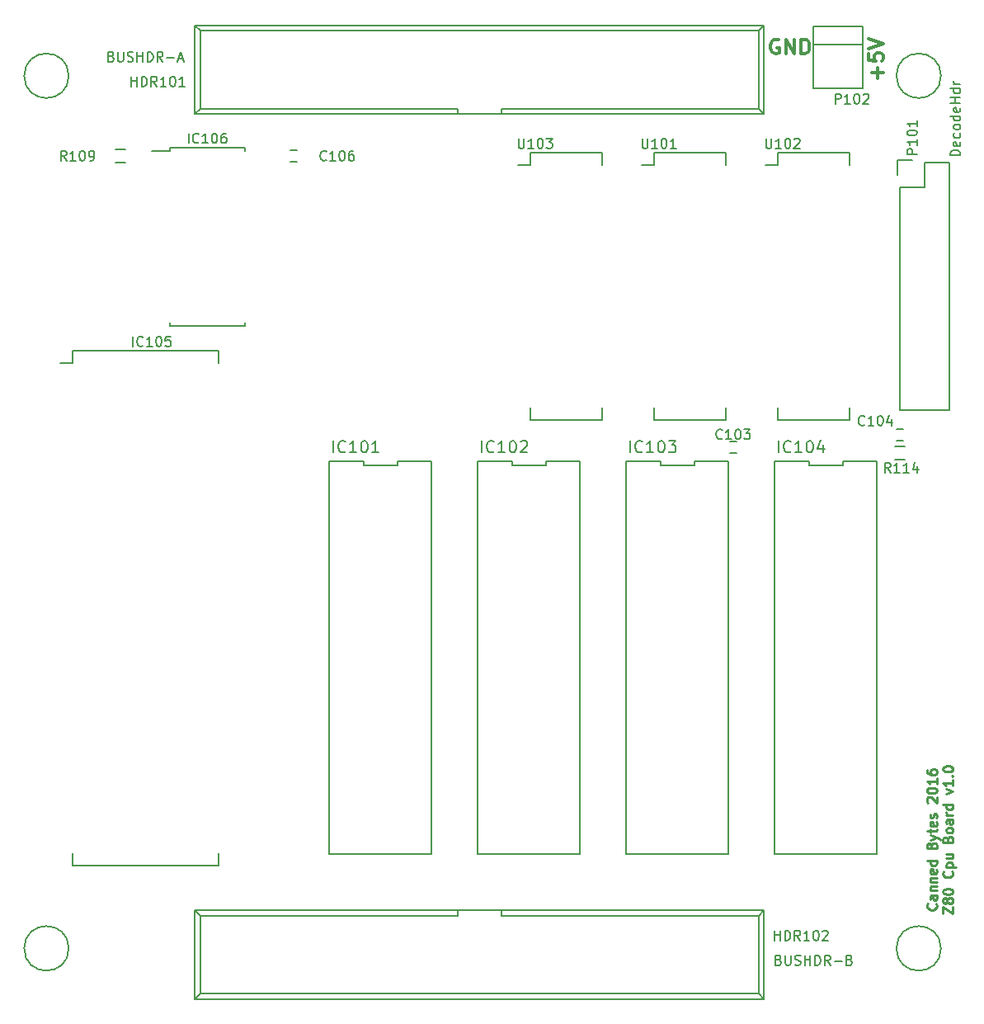
<source format=gto>
G04 #@! TF.FileFunction,Legend,Top*
%FSLAX46Y46*%
G04 Gerber Fmt 4.6, Leading zero omitted, Abs format (unit mm)*
G04 Created by KiCad (PCBNEW 4.0.2-stable) date 27-3-2016 11:05:44*
%MOMM*%
G01*
G04 APERTURE LIST*
%ADD10C,0.150000*%
%ADD11C,0.250000*%
%ADD12C,0.300000*%
G04 APERTURE END LIST*
D10*
D11*
X149075143Y-134484239D02*
X149122762Y-134531858D01*
X149170381Y-134674715D01*
X149170381Y-134769953D01*
X149122762Y-134912811D01*
X149027524Y-135008049D01*
X148932286Y-135055668D01*
X148741810Y-135103287D01*
X148598952Y-135103287D01*
X148408476Y-135055668D01*
X148313238Y-135008049D01*
X148218000Y-134912811D01*
X148170381Y-134769953D01*
X148170381Y-134674715D01*
X148218000Y-134531858D01*
X148265619Y-134484239D01*
X149170381Y-133627096D02*
X148646571Y-133627096D01*
X148551333Y-133674715D01*
X148503714Y-133769953D01*
X148503714Y-133960430D01*
X148551333Y-134055668D01*
X149122762Y-133627096D02*
X149170381Y-133722334D01*
X149170381Y-133960430D01*
X149122762Y-134055668D01*
X149027524Y-134103287D01*
X148932286Y-134103287D01*
X148837048Y-134055668D01*
X148789429Y-133960430D01*
X148789429Y-133722334D01*
X148741810Y-133627096D01*
X148503714Y-133150906D02*
X149170381Y-133150906D01*
X148598952Y-133150906D02*
X148551333Y-133103287D01*
X148503714Y-133008049D01*
X148503714Y-132865191D01*
X148551333Y-132769953D01*
X148646571Y-132722334D01*
X149170381Y-132722334D01*
X148503714Y-132246144D02*
X149170381Y-132246144D01*
X148598952Y-132246144D02*
X148551333Y-132198525D01*
X148503714Y-132103287D01*
X148503714Y-131960429D01*
X148551333Y-131865191D01*
X148646571Y-131817572D01*
X149170381Y-131817572D01*
X149122762Y-130960429D02*
X149170381Y-131055667D01*
X149170381Y-131246144D01*
X149122762Y-131341382D01*
X149027524Y-131389001D01*
X148646571Y-131389001D01*
X148551333Y-131341382D01*
X148503714Y-131246144D01*
X148503714Y-131055667D01*
X148551333Y-130960429D01*
X148646571Y-130912810D01*
X148741810Y-130912810D01*
X148837048Y-131389001D01*
X149170381Y-130055667D02*
X148170381Y-130055667D01*
X149122762Y-130055667D02*
X149170381Y-130150905D01*
X149170381Y-130341382D01*
X149122762Y-130436620D01*
X149075143Y-130484239D01*
X148979905Y-130531858D01*
X148694190Y-130531858D01*
X148598952Y-130484239D01*
X148551333Y-130436620D01*
X148503714Y-130341382D01*
X148503714Y-130150905D01*
X148551333Y-130055667D01*
X148646571Y-128484238D02*
X148694190Y-128341381D01*
X148741810Y-128293762D01*
X148837048Y-128246143D01*
X148979905Y-128246143D01*
X149075143Y-128293762D01*
X149122762Y-128341381D01*
X149170381Y-128436619D01*
X149170381Y-128817572D01*
X148170381Y-128817572D01*
X148170381Y-128484238D01*
X148218000Y-128389000D01*
X148265619Y-128341381D01*
X148360857Y-128293762D01*
X148456095Y-128293762D01*
X148551333Y-128341381D01*
X148598952Y-128389000D01*
X148646571Y-128484238D01*
X148646571Y-128817572D01*
X148503714Y-127912810D02*
X149170381Y-127674715D01*
X148503714Y-127436619D02*
X149170381Y-127674715D01*
X149408476Y-127769953D01*
X149456095Y-127817572D01*
X149503714Y-127912810D01*
X148503714Y-127198524D02*
X148503714Y-126817572D01*
X148170381Y-127055667D02*
X149027524Y-127055667D01*
X149122762Y-127008048D01*
X149170381Y-126912810D01*
X149170381Y-126817572D01*
X149122762Y-126103285D02*
X149170381Y-126198523D01*
X149170381Y-126389000D01*
X149122762Y-126484238D01*
X149027524Y-126531857D01*
X148646571Y-126531857D01*
X148551333Y-126484238D01*
X148503714Y-126389000D01*
X148503714Y-126198523D01*
X148551333Y-126103285D01*
X148646571Y-126055666D01*
X148741810Y-126055666D01*
X148837048Y-126531857D01*
X149122762Y-125674714D02*
X149170381Y-125579476D01*
X149170381Y-125389000D01*
X149122762Y-125293761D01*
X149027524Y-125246142D01*
X148979905Y-125246142D01*
X148884667Y-125293761D01*
X148837048Y-125389000D01*
X148837048Y-125531857D01*
X148789429Y-125627095D01*
X148694190Y-125674714D01*
X148646571Y-125674714D01*
X148551333Y-125627095D01*
X148503714Y-125531857D01*
X148503714Y-125389000D01*
X148551333Y-125293761D01*
X148265619Y-124103285D02*
X148218000Y-124055666D01*
X148170381Y-123960428D01*
X148170381Y-123722332D01*
X148218000Y-123627094D01*
X148265619Y-123579475D01*
X148360857Y-123531856D01*
X148456095Y-123531856D01*
X148598952Y-123579475D01*
X149170381Y-124150904D01*
X149170381Y-123531856D01*
X148170381Y-122912809D02*
X148170381Y-122817570D01*
X148218000Y-122722332D01*
X148265619Y-122674713D01*
X148360857Y-122627094D01*
X148551333Y-122579475D01*
X148789429Y-122579475D01*
X148979905Y-122627094D01*
X149075143Y-122674713D01*
X149122762Y-122722332D01*
X149170381Y-122817570D01*
X149170381Y-122912809D01*
X149122762Y-123008047D01*
X149075143Y-123055666D01*
X148979905Y-123103285D01*
X148789429Y-123150904D01*
X148551333Y-123150904D01*
X148360857Y-123103285D01*
X148265619Y-123055666D01*
X148218000Y-123008047D01*
X148170381Y-122912809D01*
X149170381Y-121627094D02*
X149170381Y-122198523D01*
X149170381Y-121912809D02*
X148170381Y-121912809D01*
X148313238Y-122008047D01*
X148408476Y-122103285D01*
X148456095Y-122198523D01*
X148170381Y-120769951D02*
X148170381Y-120960428D01*
X148218000Y-121055666D01*
X148265619Y-121103285D01*
X148408476Y-121198523D01*
X148598952Y-121246142D01*
X148979905Y-121246142D01*
X149075143Y-121198523D01*
X149122762Y-121150904D01*
X149170381Y-121055666D01*
X149170381Y-120865189D01*
X149122762Y-120769951D01*
X149075143Y-120722332D01*
X148979905Y-120674713D01*
X148741810Y-120674713D01*
X148646571Y-120722332D01*
X148598952Y-120769951D01*
X148551333Y-120865189D01*
X148551333Y-121055666D01*
X148598952Y-121150904D01*
X148646571Y-121198523D01*
X148741810Y-121246142D01*
X149820381Y-135460429D02*
X149820381Y-134793762D01*
X150820381Y-135460429D01*
X150820381Y-134793762D01*
X150248952Y-134269953D02*
X150201333Y-134365191D01*
X150153714Y-134412810D01*
X150058476Y-134460429D01*
X150010857Y-134460429D01*
X149915619Y-134412810D01*
X149868000Y-134365191D01*
X149820381Y-134269953D01*
X149820381Y-134079476D01*
X149868000Y-133984238D01*
X149915619Y-133936619D01*
X150010857Y-133889000D01*
X150058476Y-133889000D01*
X150153714Y-133936619D01*
X150201333Y-133984238D01*
X150248952Y-134079476D01*
X150248952Y-134269953D01*
X150296571Y-134365191D01*
X150344190Y-134412810D01*
X150439429Y-134460429D01*
X150629905Y-134460429D01*
X150725143Y-134412810D01*
X150772762Y-134365191D01*
X150820381Y-134269953D01*
X150820381Y-134079476D01*
X150772762Y-133984238D01*
X150725143Y-133936619D01*
X150629905Y-133889000D01*
X150439429Y-133889000D01*
X150344190Y-133936619D01*
X150296571Y-133984238D01*
X150248952Y-134079476D01*
X149820381Y-133269953D02*
X149820381Y-133174714D01*
X149868000Y-133079476D01*
X149915619Y-133031857D01*
X150010857Y-132984238D01*
X150201333Y-132936619D01*
X150439429Y-132936619D01*
X150629905Y-132984238D01*
X150725143Y-133031857D01*
X150772762Y-133079476D01*
X150820381Y-133174714D01*
X150820381Y-133269953D01*
X150772762Y-133365191D01*
X150725143Y-133412810D01*
X150629905Y-133460429D01*
X150439429Y-133508048D01*
X150201333Y-133508048D01*
X150010857Y-133460429D01*
X149915619Y-133412810D01*
X149868000Y-133365191D01*
X149820381Y-133269953D01*
X150725143Y-131174714D02*
X150772762Y-131222333D01*
X150820381Y-131365190D01*
X150820381Y-131460428D01*
X150772762Y-131603286D01*
X150677524Y-131698524D01*
X150582286Y-131746143D01*
X150391810Y-131793762D01*
X150248952Y-131793762D01*
X150058476Y-131746143D01*
X149963238Y-131698524D01*
X149868000Y-131603286D01*
X149820381Y-131460428D01*
X149820381Y-131365190D01*
X149868000Y-131222333D01*
X149915619Y-131174714D01*
X150153714Y-130746143D02*
X151153714Y-130746143D01*
X150201333Y-130746143D02*
X150153714Y-130650905D01*
X150153714Y-130460428D01*
X150201333Y-130365190D01*
X150248952Y-130317571D01*
X150344190Y-130269952D01*
X150629905Y-130269952D01*
X150725143Y-130317571D01*
X150772762Y-130365190D01*
X150820381Y-130460428D01*
X150820381Y-130650905D01*
X150772762Y-130746143D01*
X150153714Y-129412809D02*
X150820381Y-129412809D01*
X150153714Y-129841381D02*
X150677524Y-129841381D01*
X150772762Y-129793762D01*
X150820381Y-129698524D01*
X150820381Y-129555666D01*
X150772762Y-129460428D01*
X150725143Y-129412809D01*
X150296571Y-127841380D02*
X150344190Y-127698523D01*
X150391810Y-127650904D01*
X150487048Y-127603285D01*
X150629905Y-127603285D01*
X150725143Y-127650904D01*
X150772762Y-127698523D01*
X150820381Y-127793761D01*
X150820381Y-128174714D01*
X149820381Y-128174714D01*
X149820381Y-127841380D01*
X149868000Y-127746142D01*
X149915619Y-127698523D01*
X150010857Y-127650904D01*
X150106095Y-127650904D01*
X150201333Y-127698523D01*
X150248952Y-127746142D01*
X150296571Y-127841380D01*
X150296571Y-128174714D01*
X150820381Y-127031857D02*
X150772762Y-127127095D01*
X150725143Y-127174714D01*
X150629905Y-127222333D01*
X150344190Y-127222333D01*
X150248952Y-127174714D01*
X150201333Y-127127095D01*
X150153714Y-127031857D01*
X150153714Y-126888999D01*
X150201333Y-126793761D01*
X150248952Y-126746142D01*
X150344190Y-126698523D01*
X150629905Y-126698523D01*
X150725143Y-126746142D01*
X150772762Y-126793761D01*
X150820381Y-126888999D01*
X150820381Y-127031857D01*
X150820381Y-125841380D02*
X150296571Y-125841380D01*
X150201333Y-125888999D01*
X150153714Y-125984237D01*
X150153714Y-126174714D01*
X150201333Y-126269952D01*
X150772762Y-125841380D02*
X150820381Y-125936618D01*
X150820381Y-126174714D01*
X150772762Y-126269952D01*
X150677524Y-126317571D01*
X150582286Y-126317571D01*
X150487048Y-126269952D01*
X150439429Y-126174714D01*
X150439429Y-125936618D01*
X150391810Y-125841380D01*
X150820381Y-125365190D02*
X150153714Y-125365190D01*
X150344190Y-125365190D02*
X150248952Y-125317571D01*
X150201333Y-125269952D01*
X150153714Y-125174714D01*
X150153714Y-125079475D01*
X150820381Y-124317570D02*
X149820381Y-124317570D01*
X150772762Y-124317570D02*
X150820381Y-124412808D01*
X150820381Y-124603285D01*
X150772762Y-124698523D01*
X150725143Y-124746142D01*
X150629905Y-124793761D01*
X150344190Y-124793761D01*
X150248952Y-124746142D01*
X150201333Y-124698523D01*
X150153714Y-124603285D01*
X150153714Y-124412808D01*
X150201333Y-124317570D01*
X150153714Y-123174713D02*
X150820381Y-122936618D01*
X150153714Y-122698522D01*
X150820381Y-121793760D02*
X150820381Y-122365189D01*
X150820381Y-122079475D02*
X149820381Y-122079475D01*
X149963238Y-122174713D01*
X150058476Y-122269951D01*
X150106095Y-122365189D01*
X150725143Y-121365189D02*
X150772762Y-121317570D01*
X150820381Y-121365189D01*
X150772762Y-121412808D01*
X150725143Y-121365189D01*
X150820381Y-121365189D01*
X149820381Y-120698523D02*
X149820381Y-120603284D01*
X149868000Y-120508046D01*
X149915619Y-120460427D01*
X150010857Y-120412808D01*
X150201333Y-120365189D01*
X150439429Y-120365189D01*
X150629905Y-120412808D01*
X150725143Y-120460427D01*
X150772762Y-120508046D01*
X150820381Y-120603284D01*
X150820381Y-120698523D01*
X150772762Y-120793761D01*
X150725143Y-120841380D01*
X150629905Y-120888999D01*
X150439429Y-120936618D01*
X150201333Y-120936618D01*
X150010857Y-120888999D01*
X149915619Y-120841380D01*
X149868000Y-120793761D01*
X149820381Y-120698523D01*
D12*
X132969143Y-45859000D02*
X132826286Y-45787571D01*
X132612000Y-45787571D01*
X132397715Y-45859000D01*
X132254857Y-46001857D01*
X132183429Y-46144714D01*
X132112000Y-46430429D01*
X132112000Y-46644714D01*
X132183429Y-46930429D01*
X132254857Y-47073286D01*
X132397715Y-47216143D01*
X132612000Y-47287571D01*
X132754857Y-47287571D01*
X132969143Y-47216143D01*
X133040572Y-47144714D01*
X133040572Y-46644714D01*
X132754857Y-46644714D01*
X133683429Y-47287571D02*
X133683429Y-45787571D01*
X134540572Y-47287571D01*
X134540572Y-45787571D01*
X135254858Y-47287571D02*
X135254858Y-45787571D01*
X135612001Y-45787571D01*
X135826286Y-45859000D01*
X135969144Y-46001857D01*
X136040572Y-46144714D01*
X136112001Y-46430429D01*
X136112001Y-46644714D01*
X136040572Y-46930429D01*
X135969144Y-47073286D01*
X135826286Y-47216143D01*
X135612001Y-47287571D01*
X135254858Y-47287571D01*
X143109143Y-49807571D02*
X143109143Y-48664714D01*
X143680571Y-49236143D02*
X142537714Y-49236143D01*
X142180571Y-47236142D02*
X142180571Y-47950428D01*
X142894857Y-48021857D01*
X142823429Y-47950428D01*
X142752000Y-47807571D01*
X142752000Y-47450428D01*
X142823429Y-47307571D01*
X142894857Y-47236142D01*
X143037714Y-47164714D01*
X143394857Y-47164714D01*
X143537714Y-47236142D01*
X143609143Y-47307571D01*
X143680571Y-47450428D01*
X143680571Y-47807571D01*
X143609143Y-47950428D01*
X143537714Y-48021857D01*
X142180571Y-46736143D02*
X143680571Y-46236143D01*
X142180571Y-45736143D01*
D10*
X127920000Y-87030000D02*
X128620000Y-87030000D01*
X128620000Y-88230000D02*
X127920000Y-88230000D01*
X145065000Y-85760000D02*
X145765000Y-85760000D01*
X145765000Y-86960000D02*
X145065000Y-86960000D01*
X82835000Y-57185000D02*
X83535000Y-57185000D01*
X83535000Y-58385000D02*
X82835000Y-58385000D01*
X86815001Y-89070000D02*
X86815000Y-129370000D01*
X86815000Y-129370000D02*
X97334999Y-129370000D01*
X97334999Y-129370000D02*
X97335000Y-89070000D01*
X97335000Y-89070000D02*
X93828333Y-89070000D01*
X93828333Y-89070000D02*
X93828333Y-89520000D01*
X93828333Y-89520000D02*
X90321667Y-89520000D01*
X90321667Y-89520000D02*
X90321667Y-89070000D01*
X90321667Y-89070000D02*
X86815001Y-89070000D01*
X102055001Y-89070000D02*
X102055000Y-129370000D01*
X102055000Y-129370000D02*
X112574999Y-129370000D01*
X112574999Y-129370000D02*
X112575000Y-89070000D01*
X112575000Y-89070000D02*
X109068333Y-89070000D01*
X109068333Y-89070000D02*
X109068333Y-89520000D01*
X109068333Y-89520000D02*
X105561667Y-89520000D01*
X105561667Y-89520000D02*
X105561667Y-89070000D01*
X105561667Y-89070000D02*
X102055001Y-89070000D01*
X117295001Y-89070000D02*
X117295000Y-129370000D01*
X117295000Y-129370000D02*
X127814999Y-129370000D01*
X127814999Y-129370000D02*
X127815000Y-89070000D01*
X127815000Y-89070000D02*
X124308333Y-89070000D01*
X124308333Y-89070000D02*
X124308333Y-89520000D01*
X124308333Y-89520000D02*
X120801667Y-89520000D01*
X120801667Y-89520000D02*
X120801667Y-89070000D01*
X120801667Y-89070000D02*
X117295001Y-89070000D01*
X132535001Y-89070000D02*
X132535000Y-129370000D01*
X132535000Y-129370000D02*
X143054999Y-129370000D01*
X143054999Y-129370000D02*
X143055000Y-89070000D01*
X143055000Y-89070000D02*
X139548333Y-89070000D01*
X139548333Y-89070000D02*
X139548333Y-89520000D01*
X139548333Y-89520000D02*
X136041667Y-89520000D01*
X136041667Y-89520000D02*
X136041667Y-89070000D01*
X136041667Y-89070000D02*
X132535001Y-89070000D01*
X60460000Y-77715000D02*
X60460000Y-78985000D01*
X75430000Y-77715000D02*
X75430000Y-78985000D01*
X75430000Y-130565000D02*
X75430000Y-129295000D01*
X60460000Y-130565000D02*
X60460000Y-129295000D01*
X60460000Y-77715000D02*
X75430000Y-77715000D01*
X60460000Y-130565000D02*
X75430000Y-130565000D01*
X60460000Y-78985000D02*
X59175000Y-78985000D01*
X70420000Y-56915000D02*
X70420000Y-57260000D01*
X78170000Y-56915000D02*
X78170000Y-57260000D01*
X78170000Y-75165000D02*
X78170000Y-74820000D01*
X70420000Y-75165000D02*
X70420000Y-74820000D01*
X70420000Y-56915000D02*
X78170000Y-56915000D01*
X70420000Y-75165000D02*
X78170000Y-75165000D01*
X70420000Y-57260000D02*
X68595000Y-57260000D01*
X64905000Y-57110000D02*
X65905000Y-57110000D01*
X65905000Y-58460000D02*
X64905000Y-58460000D01*
X145915000Y-88940000D02*
X144915000Y-88940000D01*
X144915000Y-87590000D02*
X145915000Y-87590000D01*
X120150000Y-57395000D02*
X120150000Y-58665000D01*
X127500000Y-57395000D02*
X127500000Y-58665000D01*
X127500000Y-84845000D02*
X127500000Y-83575000D01*
X120150000Y-84845000D02*
X120150000Y-83575000D01*
X120150000Y-57395000D02*
X127500000Y-57395000D01*
X120150000Y-84845000D02*
X127500000Y-84845000D01*
X120150000Y-58665000D02*
X118865000Y-58665000D01*
X132850000Y-57395000D02*
X132850000Y-58665000D01*
X140200000Y-57395000D02*
X140200000Y-58665000D01*
X140200000Y-84845000D02*
X140200000Y-83575000D01*
X132850000Y-84845000D02*
X132850000Y-83575000D01*
X132850000Y-57395000D02*
X140200000Y-57395000D01*
X132850000Y-84845000D02*
X140200000Y-84845000D01*
X132850000Y-58665000D02*
X131565000Y-58665000D01*
X107450000Y-57395000D02*
X107450000Y-58665000D01*
X114800000Y-57395000D02*
X114800000Y-58665000D01*
X114800000Y-84845000D02*
X114800000Y-83575000D01*
X107450000Y-84845000D02*
X107450000Y-83575000D01*
X107450000Y-57395000D02*
X114800000Y-57395000D01*
X107450000Y-84845000D02*
X114800000Y-84845000D01*
X107450000Y-58665000D02*
X106165000Y-58665000D01*
X73025000Y-44345000D02*
X131445000Y-44345000D01*
X73565000Y-44895000D02*
X130885000Y-44895000D01*
X73025000Y-53445000D02*
X131445000Y-53445000D01*
X73565000Y-52895000D02*
X99985000Y-52895000D01*
X104485000Y-52895000D02*
X130885000Y-52895000D01*
X99985000Y-52895000D02*
X99985000Y-53445000D01*
X104485000Y-52895000D02*
X104485000Y-53445000D01*
X73025000Y-44345000D02*
X73025000Y-53445000D01*
X73565000Y-44895000D02*
X73565000Y-52895000D01*
X131445000Y-44345000D02*
X131445000Y-53445000D01*
X130885000Y-44895000D02*
X130885000Y-52895000D01*
X73025000Y-44345000D02*
X73565000Y-44895000D01*
X131445000Y-44345000D02*
X130885000Y-44895000D01*
X73025000Y-53445000D02*
X73565000Y-52895000D01*
X131445000Y-53445000D02*
X130885000Y-52895000D01*
X131445000Y-144250000D02*
X73025000Y-144250000D01*
X130905000Y-143700000D02*
X73585000Y-143700000D01*
X131445000Y-135150000D02*
X73025000Y-135150000D01*
X130905000Y-135700000D02*
X104485000Y-135700000D01*
X99985000Y-135700000D02*
X73585000Y-135700000D01*
X104485000Y-135700000D02*
X104485000Y-135150000D01*
X99985000Y-135700000D02*
X99985000Y-135150000D01*
X131445000Y-144250000D02*
X131445000Y-135150000D01*
X130905000Y-143700000D02*
X130905000Y-135700000D01*
X73025000Y-144250000D02*
X73025000Y-135150000D01*
X73585000Y-143700000D02*
X73585000Y-135700000D01*
X131445000Y-144250000D02*
X130905000Y-143700000D01*
X73025000Y-144250000D02*
X73585000Y-143700000D01*
X131445000Y-135150000D02*
X130905000Y-135700000D01*
X73025000Y-135150000D02*
X73585000Y-135700000D01*
X60071000Y-49530000D02*
G75*
G03X60071000Y-49530000I-2286000J0D01*
G01*
X60071000Y-139065000D02*
G75*
G03X60071000Y-139065000I-2286000J0D01*
G01*
X149606000Y-139065000D02*
G75*
G03X149606000Y-139065000I-2286000J0D01*
G01*
X149606000Y-49530000D02*
G75*
G03X149606000Y-49530000I-2286000J0D01*
G01*
X150495000Y-83820000D02*
X150495000Y-58420000D01*
X145415000Y-60960000D02*
X145415000Y-83820000D01*
X150495000Y-83820000D02*
X145415000Y-83820000D01*
X150495000Y-58420000D02*
X147955000Y-58420000D01*
X146685000Y-58140000D02*
X145135000Y-58140000D01*
X147955000Y-58420000D02*
X147955000Y-60960000D01*
X147955000Y-60960000D02*
X145415000Y-60960000D01*
X145135000Y-58140000D02*
X145135000Y-59690000D01*
X141605000Y-46355000D02*
X136525000Y-46355000D01*
X141605000Y-50800000D02*
X136525000Y-50800000D01*
X136525000Y-44450000D02*
X141605000Y-44450000D01*
X136525000Y-44450000D02*
X136525000Y-50800000D01*
X141605000Y-44450000D02*
X141605000Y-50800000D01*
X127150953Y-86717143D02*
X127103334Y-86764762D01*
X126960477Y-86812381D01*
X126865239Y-86812381D01*
X126722381Y-86764762D01*
X126627143Y-86669524D01*
X126579524Y-86574286D01*
X126531905Y-86383810D01*
X126531905Y-86240952D01*
X126579524Y-86050476D01*
X126627143Y-85955238D01*
X126722381Y-85860000D01*
X126865239Y-85812381D01*
X126960477Y-85812381D01*
X127103334Y-85860000D01*
X127150953Y-85907619D01*
X128103334Y-86812381D02*
X127531905Y-86812381D01*
X127817619Y-86812381D02*
X127817619Y-85812381D01*
X127722381Y-85955238D01*
X127627143Y-86050476D01*
X127531905Y-86098095D01*
X128722381Y-85812381D02*
X128817620Y-85812381D01*
X128912858Y-85860000D01*
X128960477Y-85907619D01*
X129008096Y-86002857D01*
X129055715Y-86193333D01*
X129055715Y-86431429D01*
X129008096Y-86621905D01*
X128960477Y-86717143D01*
X128912858Y-86764762D01*
X128817620Y-86812381D01*
X128722381Y-86812381D01*
X128627143Y-86764762D01*
X128579524Y-86717143D01*
X128531905Y-86621905D01*
X128484286Y-86431429D01*
X128484286Y-86193333D01*
X128531905Y-86002857D01*
X128579524Y-85907619D01*
X128627143Y-85860000D01*
X128722381Y-85812381D01*
X129389048Y-85812381D02*
X130008096Y-85812381D01*
X129674762Y-86193333D01*
X129817620Y-86193333D01*
X129912858Y-86240952D01*
X129960477Y-86288571D01*
X130008096Y-86383810D01*
X130008096Y-86621905D01*
X129960477Y-86717143D01*
X129912858Y-86764762D01*
X129817620Y-86812381D01*
X129531905Y-86812381D01*
X129436667Y-86764762D01*
X129389048Y-86717143D01*
X141755953Y-85320143D02*
X141708334Y-85367762D01*
X141565477Y-85415381D01*
X141470239Y-85415381D01*
X141327381Y-85367762D01*
X141232143Y-85272524D01*
X141184524Y-85177286D01*
X141136905Y-84986810D01*
X141136905Y-84843952D01*
X141184524Y-84653476D01*
X141232143Y-84558238D01*
X141327381Y-84463000D01*
X141470239Y-84415381D01*
X141565477Y-84415381D01*
X141708334Y-84463000D01*
X141755953Y-84510619D01*
X142708334Y-85415381D02*
X142136905Y-85415381D01*
X142422619Y-85415381D02*
X142422619Y-84415381D01*
X142327381Y-84558238D01*
X142232143Y-84653476D01*
X142136905Y-84701095D01*
X143327381Y-84415381D02*
X143422620Y-84415381D01*
X143517858Y-84463000D01*
X143565477Y-84510619D01*
X143613096Y-84605857D01*
X143660715Y-84796333D01*
X143660715Y-85034429D01*
X143613096Y-85224905D01*
X143565477Y-85320143D01*
X143517858Y-85367762D01*
X143422620Y-85415381D01*
X143327381Y-85415381D01*
X143232143Y-85367762D01*
X143184524Y-85320143D01*
X143136905Y-85224905D01*
X143089286Y-85034429D01*
X143089286Y-84796333D01*
X143136905Y-84605857D01*
X143184524Y-84510619D01*
X143232143Y-84463000D01*
X143327381Y-84415381D01*
X144517858Y-84748714D02*
X144517858Y-85415381D01*
X144279762Y-84367762D02*
X144041667Y-85082048D01*
X144660715Y-85082048D01*
X86510953Y-58142143D02*
X86463334Y-58189762D01*
X86320477Y-58237381D01*
X86225239Y-58237381D01*
X86082381Y-58189762D01*
X85987143Y-58094524D01*
X85939524Y-57999286D01*
X85891905Y-57808810D01*
X85891905Y-57665952D01*
X85939524Y-57475476D01*
X85987143Y-57380238D01*
X86082381Y-57285000D01*
X86225239Y-57237381D01*
X86320477Y-57237381D01*
X86463334Y-57285000D01*
X86510953Y-57332619D01*
X87463334Y-58237381D02*
X86891905Y-58237381D01*
X87177619Y-58237381D02*
X87177619Y-57237381D01*
X87082381Y-57380238D01*
X86987143Y-57475476D01*
X86891905Y-57523095D01*
X88082381Y-57237381D02*
X88177620Y-57237381D01*
X88272858Y-57285000D01*
X88320477Y-57332619D01*
X88368096Y-57427857D01*
X88415715Y-57618333D01*
X88415715Y-57856429D01*
X88368096Y-58046905D01*
X88320477Y-58142143D01*
X88272858Y-58189762D01*
X88177620Y-58237381D01*
X88082381Y-58237381D01*
X87987143Y-58189762D01*
X87939524Y-58142143D01*
X87891905Y-58046905D01*
X87844286Y-57856429D01*
X87844286Y-57618333D01*
X87891905Y-57427857D01*
X87939524Y-57332619D01*
X87987143Y-57285000D01*
X88082381Y-57237381D01*
X89272858Y-57237381D02*
X89082381Y-57237381D01*
X88987143Y-57285000D01*
X88939524Y-57332619D01*
X88844286Y-57475476D01*
X88796667Y-57665952D01*
X88796667Y-58046905D01*
X88844286Y-58142143D01*
X88891905Y-58189762D01*
X88987143Y-58237381D01*
X89177620Y-58237381D01*
X89272858Y-58189762D01*
X89320477Y-58142143D01*
X89368096Y-58046905D01*
X89368096Y-57808810D01*
X89320477Y-57713571D01*
X89272858Y-57665952D01*
X89177620Y-57618333D01*
X88987143Y-57618333D01*
X88891905Y-57665952D01*
X88844286Y-57713571D01*
X88796667Y-57808810D01*
X87220714Y-88172857D02*
X87220714Y-86972857D01*
X88477858Y-88058571D02*
X88420715Y-88115714D01*
X88249286Y-88172857D01*
X88135000Y-88172857D01*
X87963572Y-88115714D01*
X87849286Y-88001429D01*
X87792143Y-87887143D01*
X87735000Y-87658571D01*
X87735000Y-87487143D01*
X87792143Y-87258571D01*
X87849286Y-87144286D01*
X87963572Y-87030000D01*
X88135000Y-86972857D01*
X88249286Y-86972857D01*
X88420715Y-87030000D01*
X88477858Y-87087143D01*
X89620715Y-88172857D02*
X88935000Y-88172857D01*
X89277858Y-88172857D02*
X89277858Y-86972857D01*
X89163572Y-87144286D01*
X89049286Y-87258571D01*
X88935000Y-87315714D01*
X90363572Y-86972857D02*
X90477857Y-86972857D01*
X90592143Y-87030000D01*
X90649286Y-87087143D01*
X90706429Y-87201429D01*
X90763572Y-87430000D01*
X90763572Y-87715714D01*
X90706429Y-87944286D01*
X90649286Y-88058571D01*
X90592143Y-88115714D01*
X90477857Y-88172857D01*
X90363572Y-88172857D01*
X90249286Y-88115714D01*
X90192143Y-88058571D01*
X90135000Y-87944286D01*
X90077857Y-87715714D01*
X90077857Y-87430000D01*
X90135000Y-87201429D01*
X90192143Y-87087143D01*
X90249286Y-87030000D01*
X90363572Y-86972857D01*
X91906429Y-88172857D02*
X91220714Y-88172857D01*
X91563572Y-88172857D02*
X91563572Y-86972857D01*
X91449286Y-87144286D01*
X91335000Y-87258571D01*
X91220714Y-87315714D01*
X102460714Y-88172857D02*
X102460714Y-86972857D01*
X103717858Y-88058571D02*
X103660715Y-88115714D01*
X103489286Y-88172857D01*
X103375000Y-88172857D01*
X103203572Y-88115714D01*
X103089286Y-88001429D01*
X103032143Y-87887143D01*
X102975000Y-87658571D01*
X102975000Y-87487143D01*
X103032143Y-87258571D01*
X103089286Y-87144286D01*
X103203572Y-87030000D01*
X103375000Y-86972857D01*
X103489286Y-86972857D01*
X103660715Y-87030000D01*
X103717858Y-87087143D01*
X104860715Y-88172857D02*
X104175000Y-88172857D01*
X104517858Y-88172857D02*
X104517858Y-86972857D01*
X104403572Y-87144286D01*
X104289286Y-87258571D01*
X104175000Y-87315714D01*
X105603572Y-86972857D02*
X105717857Y-86972857D01*
X105832143Y-87030000D01*
X105889286Y-87087143D01*
X105946429Y-87201429D01*
X106003572Y-87430000D01*
X106003572Y-87715714D01*
X105946429Y-87944286D01*
X105889286Y-88058571D01*
X105832143Y-88115714D01*
X105717857Y-88172857D01*
X105603572Y-88172857D01*
X105489286Y-88115714D01*
X105432143Y-88058571D01*
X105375000Y-87944286D01*
X105317857Y-87715714D01*
X105317857Y-87430000D01*
X105375000Y-87201429D01*
X105432143Y-87087143D01*
X105489286Y-87030000D01*
X105603572Y-86972857D01*
X106460714Y-87087143D02*
X106517857Y-87030000D01*
X106632143Y-86972857D01*
X106917857Y-86972857D01*
X107032143Y-87030000D01*
X107089286Y-87087143D01*
X107146429Y-87201429D01*
X107146429Y-87315714D01*
X107089286Y-87487143D01*
X106403572Y-88172857D01*
X107146429Y-88172857D01*
X117700714Y-88172857D02*
X117700714Y-86972857D01*
X118957858Y-88058571D02*
X118900715Y-88115714D01*
X118729286Y-88172857D01*
X118615000Y-88172857D01*
X118443572Y-88115714D01*
X118329286Y-88001429D01*
X118272143Y-87887143D01*
X118215000Y-87658571D01*
X118215000Y-87487143D01*
X118272143Y-87258571D01*
X118329286Y-87144286D01*
X118443572Y-87030000D01*
X118615000Y-86972857D01*
X118729286Y-86972857D01*
X118900715Y-87030000D01*
X118957858Y-87087143D01*
X120100715Y-88172857D02*
X119415000Y-88172857D01*
X119757858Y-88172857D02*
X119757858Y-86972857D01*
X119643572Y-87144286D01*
X119529286Y-87258571D01*
X119415000Y-87315714D01*
X120843572Y-86972857D02*
X120957857Y-86972857D01*
X121072143Y-87030000D01*
X121129286Y-87087143D01*
X121186429Y-87201429D01*
X121243572Y-87430000D01*
X121243572Y-87715714D01*
X121186429Y-87944286D01*
X121129286Y-88058571D01*
X121072143Y-88115714D01*
X120957857Y-88172857D01*
X120843572Y-88172857D01*
X120729286Y-88115714D01*
X120672143Y-88058571D01*
X120615000Y-87944286D01*
X120557857Y-87715714D01*
X120557857Y-87430000D01*
X120615000Y-87201429D01*
X120672143Y-87087143D01*
X120729286Y-87030000D01*
X120843572Y-86972857D01*
X121643572Y-86972857D02*
X122386429Y-86972857D01*
X121986429Y-87430000D01*
X122157857Y-87430000D01*
X122272143Y-87487143D01*
X122329286Y-87544286D01*
X122386429Y-87658571D01*
X122386429Y-87944286D01*
X122329286Y-88058571D01*
X122272143Y-88115714D01*
X122157857Y-88172857D01*
X121815000Y-88172857D01*
X121700714Y-88115714D01*
X121643572Y-88058571D01*
X132940714Y-88172857D02*
X132940714Y-86972857D01*
X134197858Y-88058571D02*
X134140715Y-88115714D01*
X133969286Y-88172857D01*
X133855000Y-88172857D01*
X133683572Y-88115714D01*
X133569286Y-88001429D01*
X133512143Y-87887143D01*
X133455000Y-87658571D01*
X133455000Y-87487143D01*
X133512143Y-87258571D01*
X133569286Y-87144286D01*
X133683572Y-87030000D01*
X133855000Y-86972857D01*
X133969286Y-86972857D01*
X134140715Y-87030000D01*
X134197858Y-87087143D01*
X135340715Y-88172857D02*
X134655000Y-88172857D01*
X134997858Y-88172857D02*
X134997858Y-86972857D01*
X134883572Y-87144286D01*
X134769286Y-87258571D01*
X134655000Y-87315714D01*
X136083572Y-86972857D02*
X136197857Y-86972857D01*
X136312143Y-87030000D01*
X136369286Y-87087143D01*
X136426429Y-87201429D01*
X136483572Y-87430000D01*
X136483572Y-87715714D01*
X136426429Y-87944286D01*
X136369286Y-88058571D01*
X136312143Y-88115714D01*
X136197857Y-88172857D01*
X136083572Y-88172857D01*
X135969286Y-88115714D01*
X135912143Y-88058571D01*
X135855000Y-87944286D01*
X135797857Y-87715714D01*
X135797857Y-87430000D01*
X135855000Y-87201429D01*
X135912143Y-87087143D01*
X135969286Y-87030000D01*
X136083572Y-86972857D01*
X137512143Y-87372857D02*
X137512143Y-88172857D01*
X137226429Y-86915714D02*
X136940714Y-87772857D01*
X137683572Y-87772857D01*
X66651429Y-77287381D02*
X66651429Y-76287381D01*
X67699048Y-77192143D02*
X67651429Y-77239762D01*
X67508572Y-77287381D01*
X67413334Y-77287381D01*
X67270476Y-77239762D01*
X67175238Y-77144524D01*
X67127619Y-77049286D01*
X67080000Y-76858810D01*
X67080000Y-76715952D01*
X67127619Y-76525476D01*
X67175238Y-76430238D01*
X67270476Y-76335000D01*
X67413334Y-76287381D01*
X67508572Y-76287381D01*
X67651429Y-76335000D01*
X67699048Y-76382619D01*
X68651429Y-77287381D02*
X68080000Y-77287381D01*
X68365714Y-77287381D02*
X68365714Y-76287381D01*
X68270476Y-76430238D01*
X68175238Y-76525476D01*
X68080000Y-76573095D01*
X69270476Y-76287381D02*
X69365715Y-76287381D01*
X69460953Y-76335000D01*
X69508572Y-76382619D01*
X69556191Y-76477857D01*
X69603810Y-76668333D01*
X69603810Y-76906429D01*
X69556191Y-77096905D01*
X69508572Y-77192143D01*
X69460953Y-77239762D01*
X69365715Y-77287381D01*
X69270476Y-77287381D01*
X69175238Y-77239762D01*
X69127619Y-77192143D01*
X69080000Y-77096905D01*
X69032381Y-76906429D01*
X69032381Y-76668333D01*
X69080000Y-76477857D01*
X69127619Y-76382619D01*
X69175238Y-76335000D01*
X69270476Y-76287381D01*
X70508572Y-76287381D02*
X70032381Y-76287381D01*
X69984762Y-76763571D01*
X70032381Y-76715952D01*
X70127619Y-76668333D01*
X70365715Y-76668333D01*
X70460953Y-76715952D01*
X70508572Y-76763571D01*
X70556191Y-76858810D01*
X70556191Y-77096905D01*
X70508572Y-77192143D01*
X70460953Y-77239762D01*
X70365715Y-77287381D01*
X70127619Y-77287381D01*
X70032381Y-77239762D01*
X69984762Y-77192143D01*
X72366429Y-56442381D02*
X72366429Y-55442381D01*
X73414048Y-56347143D02*
X73366429Y-56394762D01*
X73223572Y-56442381D01*
X73128334Y-56442381D01*
X72985476Y-56394762D01*
X72890238Y-56299524D01*
X72842619Y-56204286D01*
X72795000Y-56013810D01*
X72795000Y-55870952D01*
X72842619Y-55680476D01*
X72890238Y-55585238D01*
X72985476Y-55490000D01*
X73128334Y-55442381D01*
X73223572Y-55442381D01*
X73366429Y-55490000D01*
X73414048Y-55537619D01*
X74366429Y-56442381D02*
X73795000Y-56442381D01*
X74080714Y-56442381D02*
X74080714Y-55442381D01*
X73985476Y-55585238D01*
X73890238Y-55680476D01*
X73795000Y-55728095D01*
X74985476Y-55442381D02*
X75080715Y-55442381D01*
X75175953Y-55490000D01*
X75223572Y-55537619D01*
X75271191Y-55632857D01*
X75318810Y-55823333D01*
X75318810Y-56061429D01*
X75271191Y-56251905D01*
X75223572Y-56347143D01*
X75175953Y-56394762D01*
X75080715Y-56442381D01*
X74985476Y-56442381D01*
X74890238Y-56394762D01*
X74842619Y-56347143D01*
X74795000Y-56251905D01*
X74747381Y-56061429D01*
X74747381Y-55823333D01*
X74795000Y-55632857D01*
X74842619Y-55537619D01*
X74890238Y-55490000D01*
X74985476Y-55442381D01*
X76175953Y-55442381D02*
X75985476Y-55442381D01*
X75890238Y-55490000D01*
X75842619Y-55537619D01*
X75747381Y-55680476D01*
X75699762Y-55870952D01*
X75699762Y-56251905D01*
X75747381Y-56347143D01*
X75795000Y-56394762D01*
X75890238Y-56442381D01*
X76080715Y-56442381D01*
X76175953Y-56394762D01*
X76223572Y-56347143D01*
X76271191Y-56251905D01*
X76271191Y-56013810D01*
X76223572Y-55918571D01*
X76175953Y-55870952D01*
X76080715Y-55823333D01*
X75890238Y-55823333D01*
X75795000Y-55870952D01*
X75747381Y-55918571D01*
X75699762Y-56013810D01*
X59840953Y-58237381D02*
X59507619Y-57761190D01*
X59269524Y-58237381D02*
X59269524Y-57237381D01*
X59650477Y-57237381D01*
X59745715Y-57285000D01*
X59793334Y-57332619D01*
X59840953Y-57427857D01*
X59840953Y-57570714D01*
X59793334Y-57665952D01*
X59745715Y-57713571D01*
X59650477Y-57761190D01*
X59269524Y-57761190D01*
X60793334Y-58237381D02*
X60221905Y-58237381D01*
X60507619Y-58237381D02*
X60507619Y-57237381D01*
X60412381Y-57380238D01*
X60317143Y-57475476D01*
X60221905Y-57523095D01*
X61412381Y-57237381D02*
X61507620Y-57237381D01*
X61602858Y-57285000D01*
X61650477Y-57332619D01*
X61698096Y-57427857D01*
X61745715Y-57618333D01*
X61745715Y-57856429D01*
X61698096Y-58046905D01*
X61650477Y-58142143D01*
X61602858Y-58189762D01*
X61507620Y-58237381D01*
X61412381Y-58237381D01*
X61317143Y-58189762D01*
X61269524Y-58142143D01*
X61221905Y-58046905D01*
X61174286Y-57856429D01*
X61174286Y-57618333D01*
X61221905Y-57427857D01*
X61269524Y-57332619D01*
X61317143Y-57285000D01*
X61412381Y-57237381D01*
X62221905Y-58237381D02*
X62412381Y-58237381D01*
X62507620Y-58189762D01*
X62555239Y-58142143D01*
X62650477Y-57999286D01*
X62698096Y-57808810D01*
X62698096Y-57427857D01*
X62650477Y-57332619D01*
X62602858Y-57285000D01*
X62507620Y-57237381D01*
X62317143Y-57237381D01*
X62221905Y-57285000D01*
X62174286Y-57332619D01*
X62126667Y-57427857D01*
X62126667Y-57665952D01*
X62174286Y-57761190D01*
X62221905Y-57808810D01*
X62317143Y-57856429D01*
X62507620Y-57856429D01*
X62602858Y-57808810D01*
X62650477Y-57761190D01*
X62698096Y-57665952D01*
X144422953Y-90241381D02*
X144089619Y-89765190D01*
X143851524Y-90241381D02*
X143851524Y-89241381D01*
X144232477Y-89241381D01*
X144327715Y-89289000D01*
X144375334Y-89336619D01*
X144422953Y-89431857D01*
X144422953Y-89574714D01*
X144375334Y-89669952D01*
X144327715Y-89717571D01*
X144232477Y-89765190D01*
X143851524Y-89765190D01*
X145375334Y-90241381D02*
X144803905Y-90241381D01*
X145089619Y-90241381D02*
X145089619Y-89241381D01*
X144994381Y-89384238D01*
X144899143Y-89479476D01*
X144803905Y-89527095D01*
X146327715Y-90241381D02*
X145756286Y-90241381D01*
X146042000Y-90241381D02*
X146042000Y-89241381D01*
X145946762Y-89384238D01*
X145851524Y-89479476D01*
X145756286Y-89527095D01*
X147184858Y-89574714D02*
X147184858Y-90241381D01*
X146946762Y-89193762D02*
X146708667Y-89908048D01*
X147327715Y-89908048D01*
X118935714Y-55967381D02*
X118935714Y-56776905D01*
X118983333Y-56872143D01*
X119030952Y-56919762D01*
X119126190Y-56967381D01*
X119316667Y-56967381D01*
X119411905Y-56919762D01*
X119459524Y-56872143D01*
X119507143Y-56776905D01*
X119507143Y-55967381D01*
X120507143Y-56967381D02*
X119935714Y-56967381D01*
X120221428Y-56967381D02*
X120221428Y-55967381D01*
X120126190Y-56110238D01*
X120030952Y-56205476D01*
X119935714Y-56253095D01*
X121126190Y-55967381D02*
X121221429Y-55967381D01*
X121316667Y-56015000D01*
X121364286Y-56062619D01*
X121411905Y-56157857D01*
X121459524Y-56348333D01*
X121459524Y-56586429D01*
X121411905Y-56776905D01*
X121364286Y-56872143D01*
X121316667Y-56919762D01*
X121221429Y-56967381D01*
X121126190Y-56967381D01*
X121030952Y-56919762D01*
X120983333Y-56872143D01*
X120935714Y-56776905D01*
X120888095Y-56586429D01*
X120888095Y-56348333D01*
X120935714Y-56157857D01*
X120983333Y-56062619D01*
X121030952Y-56015000D01*
X121126190Y-55967381D01*
X122411905Y-56967381D02*
X121840476Y-56967381D01*
X122126190Y-56967381D02*
X122126190Y-55967381D01*
X122030952Y-56110238D01*
X121935714Y-56205476D01*
X121840476Y-56253095D01*
X131635714Y-55967381D02*
X131635714Y-56776905D01*
X131683333Y-56872143D01*
X131730952Y-56919762D01*
X131826190Y-56967381D01*
X132016667Y-56967381D01*
X132111905Y-56919762D01*
X132159524Y-56872143D01*
X132207143Y-56776905D01*
X132207143Y-55967381D01*
X133207143Y-56967381D02*
X132635714Y-56967381D01*
X132921428Y-56967381D02*
X132921428Y-55967381D01*
X132826190Y-56110238D01*
X132730952Y-56205476D01*
X132635714Y-56253095D01*
X133826190Y-55967381D02*
X133921429Y-55967381D01*
X134016667Y-56015000D01*
X134064286Y-56062619D01*
X134111905Y-56157857D01*
X134159524Y-56348333D01*
X134159524Y-56586429D01*
X134111905Y-56776905D01*
X134064286Y-56872143D01*
X134016667Y-56919762D01*
X133921429Y-56967381D01*
X133826190Y-56967381D01*
X133730952Y-56919762D01*
X133683333Y-56872143D01*
X133635714Y-56776905D01*
X133588095Y-56586429D01*
X133588095Y-56348333D01*
X133635714Y-56157857D01*
X133683333Y-56062619D01*
X133730952Y-56015000D01*
X133826190Y-55967381D01*
X134540476Y-56062619D02*
X134588095Y-56015000D01*
X134683333Y-55967381D01*
X134921429Y-55967381D01*
X135016667Y-56015000D01*
X135064286Y-56062619D01*
X135111905Y-56157857D01*
X135111905Y-56253095D01*
X135064286Y-56395952D01*
X134492857Y-56967381D01*
X135111905Y-56967381D01*
X106235714Y-55967381D02*
X106235714Y-56776905D01*
X106283333Y-56872143D01*
X106330952Y-56919762D01*
X106426190Y-56967381D01*
X106616667Y-56967381D01*
X106711905Y-56919762D01*
X106759524Y-56872143D01*
X106807143Y-56776905D01*
X106807143Y-55967381D01*
X107807143Y-56967381D02*
X107235714Y-56967381D01*
X107521428Y-56967381D02*
X107521428Y-55967381D01*
X107426190Y-56110238D01*
X107330952Y-56205476D01*
X107235714Y-56253095D01*
X108426190Y-55967381D02*
X108521429Y-55967381D01*
X108616667Y-56015000D01*
X108664286Y-56062619D01*
X108711905Y-56157857D01*
X108759524Y-56348333D01*
X108759524Y-56586429D01*
X108711905Y-56776905D01*
X108664286Y-56872143D01*
X108616667Y-56919762D01*
X108521429Y-56967381D01*
X108426190Y-56967381D01*
X108330952Y-56919762D01*
X108283333Y-56872143D01*
X108235714Y-56776905D01*
X108188095Y-56586429D01*
X108188095Y-56348333D01*
X108235714Y-56157857D01*
X108283333Y-56062619D01*
X108330952Y-56015000D01*
X108426190Y-55967381D01*
X109092857Y-55967381D02*
X109711905Y-55967381D01*
X109378571Y-56348333D01*
X109521429Y-56348333D01*
X109616667Y-56395952D01*
X109664286Y-56443571D01*
X109711905Y-56538810D01*
X109711905Y-56776905D01*
X109664286Y-56872143D01*
X109616667Y-56919762D01*
X109521429Y-56967381D01*
X109235714Y-56967381D01*
X109140476Y-56919762D01*
X109092857Y-56872143D01*
X66500714Y-50617381D02*
X66500714Y-49617381D01*
X66500714Y-50093571D02*
X67072143Y-50093571D01*
X67072143Y-50617381D02*
X67072143Y-49617381D01*
X67548333Y-50617381D02*
X67548333Y-49617381D01*
X67786428Y-49617381D01*
X67929286Y-49665000D01*
X68024524Y-49760238D01*
X68072143Y-49855476D01*
X68119762Y-50045952D01*
X68119762Y-50188810D01*
X68072143Y-50379286D01*
X68024524Y-50474524D01*
X67929286Y-50569762D01*
X67786428Y-50617381D01*
X67548333Y-50617381D01*
X69119762Y-50617381D02*
X68786428Y-50141190D01*
X68548333Y-50617381D02*
X68548333Y-49617381D01*
X68929286Y-49617381D01*
X69024524Y-49665000D01*
X69072143Y-49712619D01*
X69119762Y-49807857D01*
X69119762Y-49950714D01*
X69072143Y-50045952D01*
X69024524Y-50093571D01*
X68929286Y-50141190D01*
X68548333Y-50141190D01*
X70072143Y-50617381D02*
X69500714Y-50617381D01*
X69786428Y-50617381D02*
X69786428Y-49617381D01*
X69691190Y-49760238D01*
X69595952Y-49855476D01*
X69500714Y-49903095D01*
X70691190Y-49617381D02*
X70786429Y-49617381D01*
X70881667Y-49665000D01*
X70929286Y-49712619D01*
X70976905Y-49807857D01*
X71024524Y-49998333D01*
X71024524Y-50236429D01*
X70976905Y-50426905D01*
X70929286Y-50522143D01*
X70881667Y-50569762D01*
X70786429Y-50617381D01*
X70691190Y-50617381D01*
X70595952Y-50569762D01*
X70548333Y-50522143D01*
X70500714Y-50426905D01*
X70453095Y-50236429D01*
X70453095Y-49998333D01*
X70500714Y-49807857D01*
X70548333Y-49712619D01*
X70595952Y-49665000D01*
X70691190Y-49617381D01*
X71976905Y-50617381D02*
X71405476Y-50617381D01*
X71691190Y-50617381D02*
X71691190Y-49617381D01*
X71595952Y-49760238D01*
X71500714Y-49855476D01*
X71405476Y-49903095D01*
X64445001Y-47553571D02*
X64587858Y-47601190D01*
X64635477Y-47648810D01*
X64683096Y-47744048D01*
X64683096Y-47886905D01*
X64635477Y-47982143D01*
X64587858Y-48029762D01*
X64492620Y-48077381D01*
X64111667Y-48077381D01*
X64111667Y-47077381D01*
X64445001Y-47077381D01*
X64540239Y-47125000D01*
X64587858Y-47172619D01*
X64635477Y-47267857D01*
X64635477Y-47363095D01*
X64587858Y-47458333D01*
X64540239Y-47505952D01*
X64445001Y-47553571D01*
X64111667Y-47553571D01*
X65111667Y-47077381D02*
X65111667Y-47886905D01*
X65159286Y-47982143D01*
X65206905Y-48029762D01*
X65302143Y-48077381D01*
X65492620Y-48077381D01*
X65587858Y-48029762D01*
X65635477Y-47982143D01*
X65683096Y-47886905D01*
X65683096Y-47077381D01*
X66111667Y-48029762D02*
X66254524Y-48077381D01*
X66492620Y-48077381D01*
X66587858Y-48029762D01*
X66635477Y-47982143D01*
X66683096Y-47886905D01*
X66683096Y-47791667D01*
X66635477Y-47696429D01*
X66587858Y-47648810D01*
X66492620Y-47601190D01*
X66302143Y-47553571D01*
X66206905Y-47505952D01*
X66159286Y-47458333D01*
X66111667Y-47363095D01*
X66111667Y-47267857D01*
X66159286Y-47172619D01*
X66206905Y-47125000D01*
X66302143Y-47077381D01*
X66540239Y-47077381D01*
X66683096Y-47125000D01*
X67111667Y-48077381D02*
X67111667Y-47077381D01*
X67111667Y-47553571D02*
X67683096Y-47553571D01*
X67683096Y-48077381D02*
X67683096Y-47077381D01*
X68159286Y-48077381D02*
X68159286Y-47077381D01*
X68397381Y-47077381D01*
X68540239Y-47125000D01*
X68635477Y-47220238D01*
X68683096Y-47315476D01*
X68730715Y-47505952D01*
X68730715Y-47648810D01*
X68683096Y-47839286D01*
X68635477Y-47934524D01*
X68540239Y-48029762D01*
X68397381Y-48077381D01*
X68159286Y-48077381D01*
X69730715Y-48077381D02*
X69397381Y-47601190D01*
X69159286Y-48077381D02*
X69159286Y-47077381D01*
X69540239Y-47077381D01*
X69635477Y-47125000D01*
X69683096Y-47172619D01*
X69730715Y-47267857D01*
X69730715Y-47410714D01*
X69683096Y-47505952D01*
X69635477Y-47553571D01*
X69540239Y-47601190D01*
X69159286Y-47601190D01*
X70159286Y-47696429D02*
X70921191Y-47696429D01*
X71349762Y-47791667D02*
X71825953Y-47791667D01*
X71254524Y-48077381D02*
X71587857Y-47077381D01*
X71921191Y-48077381D01*
X132540714Y-138247381D02*
X132540714Y-137247381D01*
X132540714Y-137723571D02*
X133112143Y-137723571D01*
X133112143Y-138247381D02*
X133112143Y-137247381D01*
X133588333Y-138247381D02*
X133588333Y-137247381D01*
X133826428Y-137247381D01*
X133969286Y-137295000D01*
X134064524Y-137390238D01*
X134112143Y-137485476D01*
X134159762Y-137675952D01*
X134159762Y-137818810D01*
X134112143Y-138009286D01*
X134064524Y-138104524D01*
X133969286Y-138199762D01*
X133826428Y-138247381D01*
X133588333Y-138247381D01*
X135159762Y-138247381D02*
X134826428Y-137771190D01*
X134588333Y-138247381D02*
X134588333Y-137247381D01*
X134969286Y-137247381D01*
X135064524Y-137295000D01*
X135112143Y-137342619D01*
X135159762Y-137437857D01*
X135159762Y-137580714D01*
X135112143Y-137675952D01*
X135064524Y-137723571D01*
X134969286Y-137771190D01*
X134588333Y-137771190D01*
X136112143Y-138247381D02*
X135540714Y-138247381D01*
X135826428Y-138247381D02*
X135826428Y-137247381D01*
X135731190Y-137390238D01*
X135635952Y-137485476D01*
X135540714Y-137533095D01*
X136731190Y-137247381D02*
X136826429Y-137247381D01*
X136921667Y-137295000D01*
X136969286Y-137342619D01*
X137016905Y-137437857D01*
X137064524Y-137628333D01*
X137064524Y-137866429D01*
X137016905Y-138056905D01*
X136969286Y-138152143D01*
X136921667Y-138199762D01*
X136826429Y-138247381D01*
X136731190Y-138247381D01*
X136635952Y-138199762D01*
X136588333Y-138152143D01*
X136540714Y-138056905D01*
X136493095Y-137866429D01*
X136493095Y-137628333D01*
X136540714Y-137437857D01*
X136588333Y-137342619D01*
X136635952Y-137295000D01*
X136731190Y-137247381D01*
X137445476Y-137342619D02*
X137493095Y-137295000D01*
X137588333Y-137247381D01*
X137826429Y-137247381D01*
X137921667Y-137295000D01*
X137969286Y-137342619D01*
X138016905Y-137437857D01*
X138016905Y-137533095D01*
X137969286Y-137675952D01*
X137397857Y-138247381D01*
X138016905Y-138247381D01*
X132953572Y-140263571D02*
X133096429Y-140311190D01*
X133144048Y-140358810D01*
X133191667Y-140454048D01*
X133191667Y-140596905D01*
X133144048Y-140692143D01*
X133096429Y-140739762D01*
X133001191Y-140787381D01*
X132620238Y-140787381D01*
X132620238Y-139787381D01*
X132953572Y-139787381D01*
X133048810Y-139835000D01*
X133096429Y-139882619D01*
X133144048Y-139977857D01*
X133144048Y-140073095D01*
X133096429Y-140168333D01*
X133048810Y-140215952D01*
X132953572Y-140263571D01*
X132620238Y-140263571D01*
X133620238Y-139787381D02*
X133620238Y-140596905D01*
X133667857Y-140692143D01*
X133715476Y-140739762D01*
X133810714Y-140787381D01*
X134001191Y-140787381D01*
X134096429Y-140739762D01*
X134144048Y-140692143D01*
X134191667Y-140596905D01*
X134191667Y-139787381D01*
X134620238Y-140739762D02*
X134763095Y-140787381D01*
X135001191Y-140787381D01*
X135096429Y-140739762D01*
X135144048Y-140692143D01*
X135191667Y-140596905D01*
X135191667Y-140501667D01*
X135144048Y-140406429D01*
X135096429Y-140358810D01*
X135001191Y-140311190D01*
X134810714Y-140263571D01*
X134715476Y-140215952D01*
X134667857Y-140168333D01*
X134620238Y-140073095D01*
X134620238Y-139977857D01*
X134667857Y-139882619D01*
X134715476Y-139835000D01*
X134810714Y-139787381D01*
X135048810Y-139787381D01*
X135191667Y-139835000D01*
X135620238Y-140787381D02*
X135620238Y-139787381D01*
X135620238Y-140263571D02*
X136191667Y-140263571D01*
X136191667Y-140787381D02*
X136191667Y-139787381D01*
X136667857Y-140787381D02*
X136667857Y-139787381D01*
X136905952Y-139787381D01*
X137048810Y-139835000D01*
X137144048Y-139930238D01*
X137191667Y-140025476D01*
X137239286Y-140215952D01*
X137239286Y-140358810D01*
X137191667Y-140549286D01*
X137144048Y-140644524D01*
X137048810Y-140739762D01*
X136905952Y-140787381D01*
X136667857Y-140787381D01*
X138239286Y-140787381D02*
X137905952Y-140311190D01*
X137667857Y-140787381D02*
X137667857Y-139787381D01*
X138048810Y-139787381D01*
X138144048Y-139835000D01*
X138191667Y-139882619D01*
X138239286Y-139977857D01*
X138239286Y-140120714D01*
X138191667Y-140215952D01*
X138144048Y-140263571D01*
X138048810Y-140311190D01*
X137667857Y-140311190D01*
X138667857Y-140406429D02*
X139429762Y-140406429D01*
X140239286Y-140263571D02*
X140382143Y-140311190D01*
X140429762Y-140358810D01*
X140477381Y-140454048D01*
X140477381Y-140596905D01*
X140429762Y-140692143D01*
X140382143Y-140739762D01*
X140286905Y-140787381D01*
X139905952Y-140787381D01*
X139905952Y-139787381D01*
X140239286Y-139787381D01*
X140334524Y-139835000D01*
X140382143Y-139882619D01*
X140429762Y-139977857D01*
X140429762Y-140073095D01*
X140382143Y-140168333D01*
X140334524Y-140215952D01*
X140239286Y-140263571D01*
X139905952Y-140263571D01*
X147137381Y-57570476D02*
X146137381Y-57570476D01*
X146137381Y-57189523D01*
X146185000Y-57094285D01*
X146232619Y-57046666D01*
X146327857Y-56999047D01*
X146470714Y-56999047D01*
X146565952Y-57046666D01*
X146613571Y-57094285D01*
X146661190Y-57189523D01*
X146661190Y-57570476D01*
X147137381Y-56046666D02*
X147137381Y-56618095D01*
X147137381Y-56332381D02*
X146137381Y-56332381D01*
X146280238Y-56427619D01*
X146375476Y-56522857D01*
X146423095Y-56618095D01*
X146137381Y-55427619D02*
X146137381Y-55332380D01*
X146185000Y-55237142D01*
X146232619Y-55189523D01*
X146327857Y-55141904D01*
X146518333Y-55094285D01*
X146756429Y-55094285D01*
X146946905Y-55141904D01*
X147042143Y-55189523D01*
X147089762Y-55237142D01*
X147137381Y-55332380D01*
X147137381Y-55427619D01*
X147089762Y-55522857D01*
X147042143Y-55570476D01*
X146946905Y-55618095D01*
X146756429Y-55665714D01*
X146518333Y-55665714D01*
X146327857Y-55618095D01*
X146232619Y-55570476D01*
X146185000Y-55522857D01*
X146137381Y-55427619D01*
X147137381Y-54141904D02*
X147137381Y-54713333D01*
X147137381Y-54427619D02*
X146137381Y-54427619D01*
X146280238Y-54522857D01*
X146375476Y-54618095D01*
X146423095Y-54713333D01*
X151582381Y-57713096D02*
X150582381Y-57713096D01*
X150582381Y-57475001D01*
X150630000Y-57332143D01*
X150725238Y-57236905D01*
X150820476Y-57189286D01*
X151010952Y-57141667D01*
X151153810Y-57141667D01*
X151344286Y-57189286D01*
X151439524Y-57236905D01*
X151534762Y-57332143D01*
X151582381Y-57475001D01*
X151582381Y-57713096D01*
X151534762Y-56332143D02*
X151582381Y-56427381D01*
X151582381Y-56617858D01*
X151534762Y-56713096D01*
X151439524Y-56760715D01*
X151058571Y-56760715D01*
X150963333Y-56713096D01*
X150915714Y-56617858D01*
X150915714Y-56427381D01*
X150963333Y-56332143D01*
X151058571Y-56284524D01*
X151153810Y-56284524D01*
X151249048Y-56760715D01*
X151534762Y-55427381D02*
X151582381Y-55522619D01*
X151582381Y-55713096D01*
X151534762Y-55808334D01*
X151487143Y-55855953D01*
X151391905Y-55903572D01*
X151106190Y-55903572D01*
X151010952Y-55855953D01*
X150963333Y-55808334D01*
X150915714Y-55713096D01*
X150915714Y-55522619D01*
X150963333Y-55427381D01*
X151582381Y-54855953D02*
X151534762Y-54951191D01*
X151487143Y-54998810D01*
X151391905Y-55046429D01*
X151106190Y-55046429D01*
X151010952Y-54998810D01*
X150963333Y-54951191D01*
X150915714Y-54855953D01*
X150915714Y-54713095D01*
X150963333Y-54617857D01*
X151010952Y-54570238D01*
X151106190Y-54522619D01*
X151391905Y-54522619D01*
X151487143Y-54570238D01*
X151534762Y-54617857D01*
X151582381Y-54713095D01*
X151582381Y-54855953D01*
X151582381Y-53665476D02*
X150582381Y-53665476D01*
X151534762Y-53665476D02*
X151582381Y-53760714D01*
X151582381Y-53951191D01*
X151534762Y-54046429D01*
X151487143Y-54094048D01*
X151391905Y-54141667D01*
X151106190Y-54141667D01*
X151010952Y-54094048D01*
X150963333Y-54046429D01*
X150915714Y-53951191D01*
X150915714Y-53760714D01*
X150963333Y-53665476D01*
X151534762Y-52808333D02*
X151582381Y-52903571D01*
X151582381Y-53094048D01*
X151534762Y-53189286D01*
X151439524Y-53236905D01*
X151058571Y-53236905D01*
X150963333Y-53189286D01*
X150915714Y-53094048D01*
X150915714Y-52903571D01*
X150963333Y-52808333D01*
X151058571Y-52760714D01*
X151153810Y-52760714D01*
X151249048Y-53236905D01*
X151582381Y-52332143D02*
X150582381Y-52332143D01*
X151058571Y-52332143D02*
X151058571Y-51760714D01*
X151582381Y-51760714D02*
X150582381Y-51760714D01*
X151582381Y-50855952D02*
X150582381Y-50855952D01*
X151534762Y-50855952D02*
X151582381Y-50951190D01*
X151582381Y-51141667D01*
X151534762Y-51236905D01*
X151487143Y-51284524D01*
X151391905Y-51332143D01*
X151106190Y-51332143D01*
X151010952Y-51284524D01*
X150963333Y-51236905D01*
X150915714Y-51141667D01*
X150915714Y-50951190D01*
X150963333Y-50855952D01*
X151582381Y-50379762D02*
X150915714Y-50379762D01*
X151106190Y-50379762D02*
X151010952Y-50332143D01*
X150963333Y-50284524D01*
X150915714Y-50189286D01*
X150915714Y-50094047D01*
X138771524Y-52395381D02*
X138771524Y-51395381D01*
X139152477Y-51395381D01*
X139247715Y-51443000D01*
X139295334Y-51490619D01*
X139342953Y-51585857D01*
X139342953Y-51728714D01*
X139295334Y-51823952D01*
X139247715Y-51871571D01*
X139152477Y-51919190D01*
X138771524Y-51919190D01*
X140295334Y-52395381D02*
X139723905Y-52395381D01*
X140009619Y-52395381D02*
X140009619Y-51395381D01*
X139914381Y-51538238D01*
X139819143Y-51633476D01*
X139723905Y-51681095D01*
X140914381Y-51395381D02*
X141009620Y-51395381D01*
X141104858Y-51443000D01*
X141152477Y-51490619D01*
X141200096Y-51585857D01*
X141247715Y-51776333D01*
X141247715Y-52014429D01*
X141200096Y-52204905D01*
X141152477Y-52300143D01*
X141104858Y-52347762D01*
X141009620Y-52395381D01*
X140914381Y-52395381D01*
X140819143Y-52347762D01*
X140771524Y-52300143D01*
X140723905Y-52204905D01*
X140676286Y-52014429D01*
X140676286Y-51776333D01*
X140723905Y-51585857D01*
X140771524Y-51490619D01*
X140819143Y-51443000D01*
X140914381Y-51395381D01*
X141628667Y-51490619D02*
X141676286Y-51443000D01*
X141771524Y-51395381D01*
X142009620Y-51395381D01*
X142104858Y-51443000D01*
X142152477Y-51490619D01*
X142200096Y-51585857D01*
X142200096Y-51681095D01*
X142152477Y-51823952D01*
X141581048Y-52395381D01*
X142200096Y-52395381D01*
M02*

</source>
